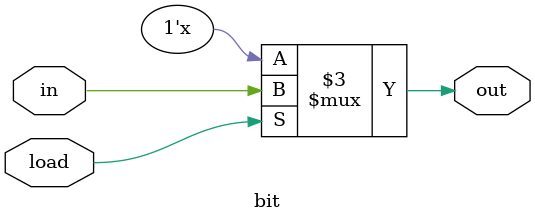
<source format=v>
module bit(
    input in,
    input load,
    output reg out
);
    always @(in) begin   
    if(load) 
        #1 out <= in;
    else
        #1 out <= out;
    end

endmodule

</source>
